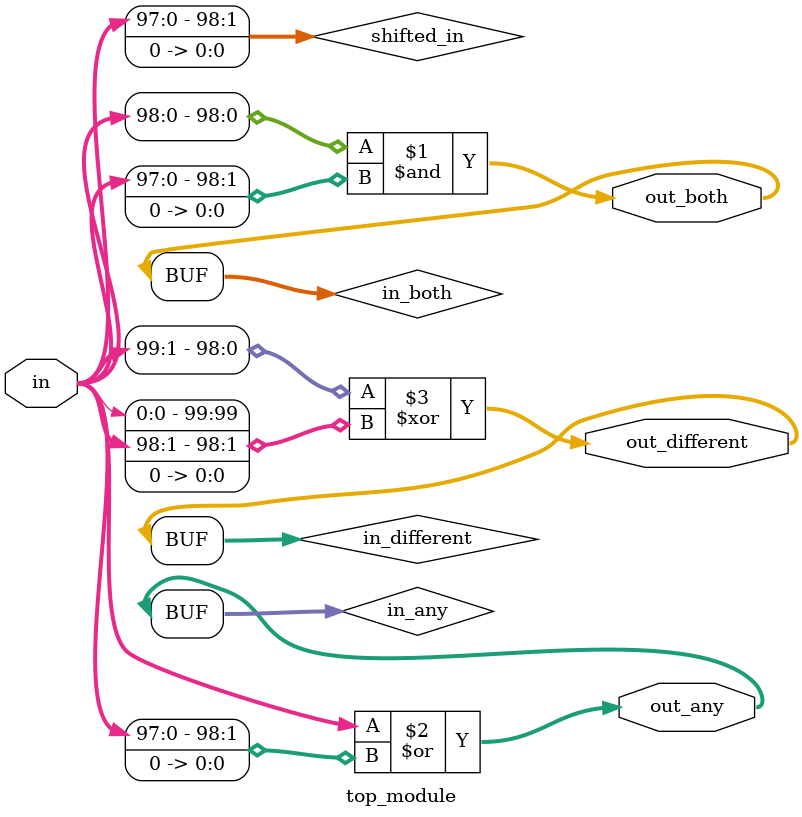
<source format=sv>
module top_module (
    input [99:0] in,
    output [98:0] out_both,
    output [99:0] out_any,
    output [99:0] out_different
);
    
    wire [98:0] shifted_in;
    wire [98:0] in_both;
    wire [99:0] in_any;
    wire [99:0] in_different;

    assign shifted_in = {in[98:0], 1'b0};

    assign in_both = in[98:0] & shifted_in;
    assign in_any = in[99:0] | shifted_in;
    assign in_different = in[99:1] ^ {in[0], in[98:1], 1'b0};

    assign out_both = in_both;
    assign out_any = in_any;
    assign out_different = in_different;

endmodule

</source>
